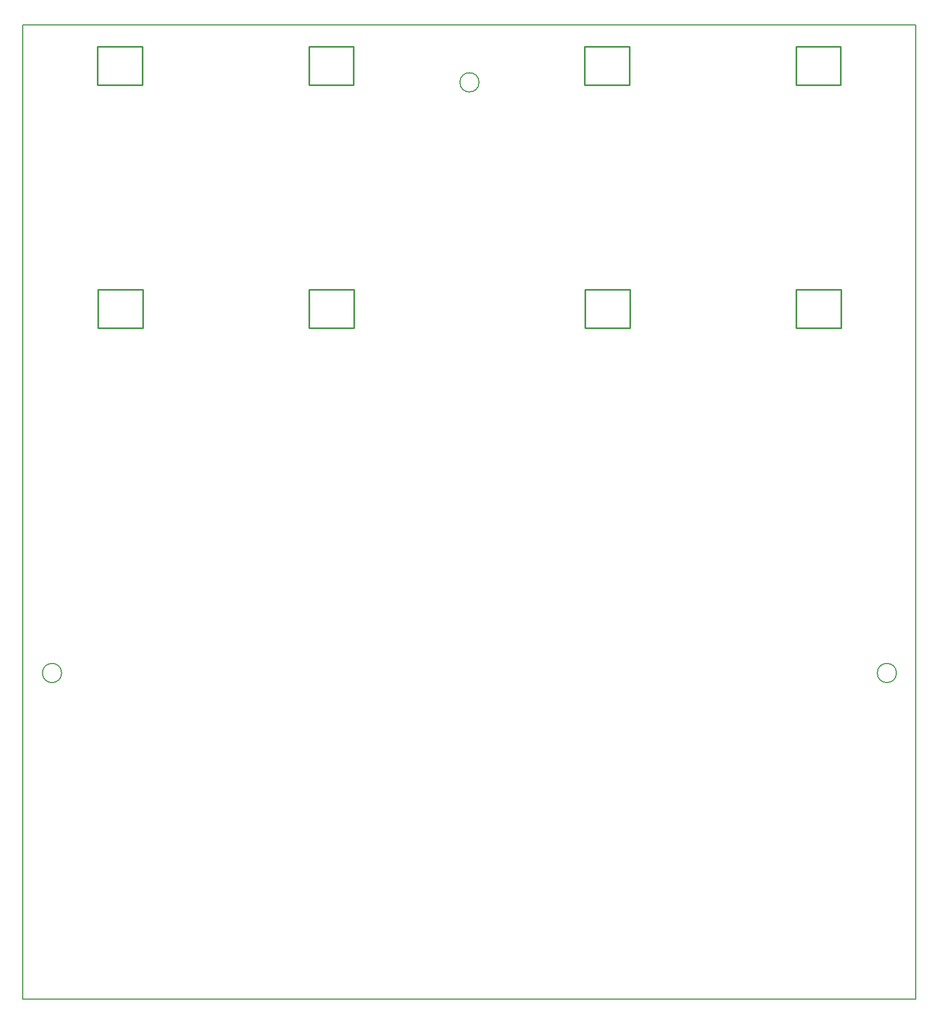
<source format=gbr>
G04 (created by PCBNEW (2013-07-07 BZR 4022)-stable) date 14/05/2014 09:54:23*
%MOIN*%
G04 Gerber Fmt 3.4, Leading zero omitted, Abs format*
%FSLAX34Y34*%
G01*
G70*
G90*
G04 APERTURE LIST*
%ADD10C,0.00590551*%
%ADD11C,0.00787402*%
%ADD12C,0.01*%
G04 APERTURE END LIST*
G54D10*
G54D11*
X0Y0D02*
X0Y-60000D01*
X55000Y-60000D02*
X55000Y-59995D01*
X0Y-60000D02*
X55000Y-60000D01*
X55000Y0D02*
X55000Y-60000D01*
X53796Y-39923D02*
G75*
G03X53796Y-39923I-590J0D01*
G74*
G01*
X2378Y-39923D02*
G75*
G03X2378Y-39923I-590J0D01*
G74*
G01*
X28087Y-3546D02*
G75*
G03X28087Y-3546I-590J0D01*
G74*
G01*
X0Y0D02*
X55000Y0D01*
X34601Y-1339D02*
X37356Y-1339D01*
X37356Y-1339D02*
X37356Y-3701D01*
X37356Y-3701D02*
X34601Y-3701D01*
X34601Y-3701D02*
X34601Y-1339D01*
X34624Y-18664D02*
X34624Y-16302D01*
X37380Y-18664D02*
X34624Y-18664D01*
X37380Y-16302D02*
X37380Y-18664D01*
X34624Y-16302D02*
X37380Y-16302D01*
X47614Y-16302D02*
X50370Y-16302D01*
X50370Y-16302D02*
X50370Y-18664D01*
X50370Y-18664D02*
X47614Y-18664D01*
X47614Y-18664D02*
X47614Y-16302D01*
X47607Y-3701D02*
X47607Y-1339D01*
X50363Y-3701D02*
X47607Y-3701D01*
X50363Y-1339D02*
X50363Y-3701D01*
X47607Y-1339D02*
X50363Y-1339D01*
X17605Y-1341D02*
X20361Y-1341D01*
X20361Y-1341D02*
X20361Y-3703D01*
X20361Y-3703D02*
X17605Y-3703D01*
X17605Y-3703D02*
X17605Y-1341D01*
X17614Y-18663D02*
X17614Y-16301D01*
X20370Y-18663D02*
X17614Y-18663D01*
X20370Y-16301D02*
X20370Y-18663D01*
X17614Y-16301D02*
X20370Y-16301D01*
X4622Y-16301D02*
X7378Y-16301D01*
X7378Y-16301D02*
X7378Y-18663D01*
X7378Y-18663D02*
X4622Y-18663D01*
X4622Y-18663D02*
X4622Y-16301D01*
X4603Y-3693D02*
X4603Y-1331D01*
X7359Y-3693D02*
X4603Y-3693D01*
X7359Y-1331D02*
X7359Y-3693D01*
X4603Y-1331D02*
X7359Y-1331D01*
G54D12*
X17616Y-18666D02*
X17616Y-16304D01*
X17608Y-3701D02*
X17608Y-1339D01*
X20371Y-16304D02*
X20371Y-18666D01*
X20364Y-1339D02*
X20364Y-3701D01*
X4623Y-18666D02*
X4623Y-16304D01*
X4600Y-3701D02*
X4600Y-1339D01*
X7379Y-16304D02*
X7379Y-18666D01*
X7356Y-1339D02*
X7356Y-3701D01*
X17616Y-16304D02*
X20371Y-16304D01*
X17616Y-18666D02*
X20371Y-18666D01*
X17608Y-1339D02*
X20364Y-1339D01*
X17608Y-3701D02*
X20364Y-3701D01*
X4623Y-16304D02*
X7379Y-16304D01*
X4623Y-18666D02*
X7379Y-18666D01*
X4600Y-1339D02*
X7356Y-1339D01*
X4600Y-3701D02*
X7356Y-3701D01*
X47616Y-18666D02*
X47616Y-16304D01*
X47608Y-3701D02*
X47608Y-1339D01*
X50371Y-16304D02*
X50371Y-18666D01*
X50364Y-1339D02*
X50364Y-3701D01*
X34623Y-18666D02*
X34623Y-16304D01*
X34600Y-3701D02*
X34600Y-1339D01*
X37379Y-16304D02*
X37379Y-18666D01*
X37356Y-1339D02*
X37356Y-3701D01*
X47616Y-16304D02*
X50371Y-16304D01*
X47616Y-18666D02*
X50371Y-18666D01*
X47608Y-1339D02*
X50364Y-1339D01*
X47608Y-3701D02*
X50364Y-3701D01*
X34623Y-16304D02*
X37379Y-16304D01*
X34623Y-18666D02*
X37379Y-18666D01*
X34600Y-1339D02*
X37356Y-1339D01*
X34600Y-3701D02*
X37356Y-3701D01*
M02*

</source>
